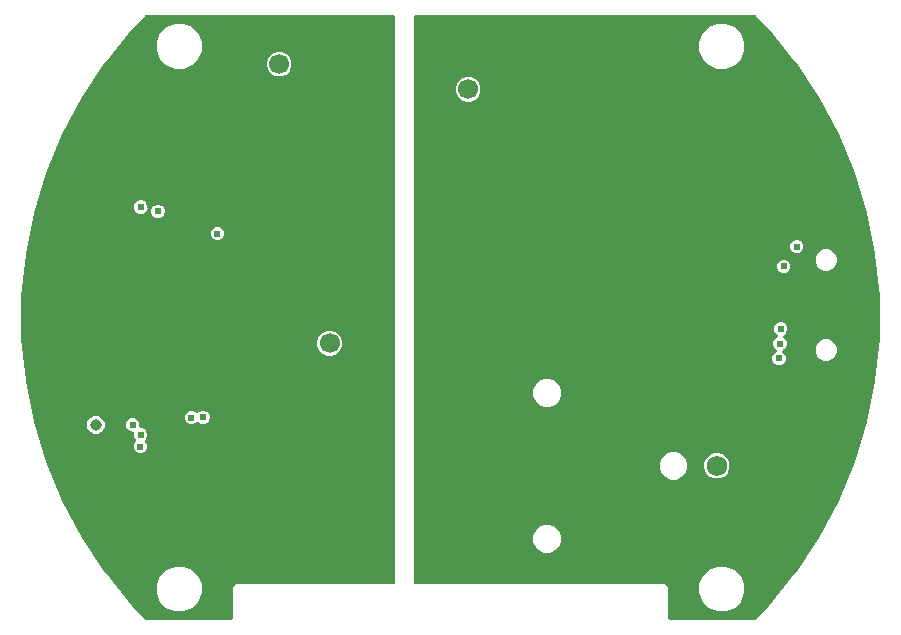
<source format=gbr>
G04 EAGLE Gerber RS-274X export*
G75*
%MOMM*%
%FSLAX34Y34*%
%LPD*%
%INCopper Layer 15*%
%IPPOS*%
%AMOC8*
5,1,8,0,0,1.08239X$1,22.5*%
G01*
%ADD10C,1.730000*%
%ADD11C,1.700000*%
%ADD12C,0.610000*%
%ADD13C,0.975000*%

G36*
X777500Y4008D02*
X777500Y4008D01*
X777570Y4006D01*
X777698Y4028D01*
X777828Y4041D01*
X777895Y4061D01*
X777964Y4073D01*
X778085Y4120D01*
X778210Y4159D01*
X778271Y4192D01*
X778336Y4218D01*
X778445Y4288D01*
X778560Y4350D01*
X778614Y4396D01*
X778672Y4433D01*
X778842Y4588D01*
X778865Y4608D01*
X778870Y4614D01*
X778878Y4621D01*
X789447Y15722D01*
X789478Y15761D01*
X789544Y15832D01*
X812062Y43270D01*
X812094Y43317D01*
X812179Y43427D01*
X831899Y72941D01*
X831926Y72991D01*
X832000Y73109D01*
X848732Y104413D01*
X848754Y104465D01*
X848816Y104590D01*
X862399Y137383D01*
X862416Y137438D01*
X862465Y137568D01*
X872769Y171535D01*
X872780Y171590D01*
X872817Y171725D01*
X879742Y206538D01*
X879747Y206595D01*
X879770Y206732D01*
X883249Y242056D01*
X883249Y242113D01*
X883259Y242252D01*
X883259Y277748D01*
X883253Y277804D01*
X883249Y277944D01*
X879770Y313268D01*
X879759Y313323D01*
X879742Y313462D01*
X872817Y348275D01*
X872808Y348302D01*
X872805Y348328D01*
X872791Y348368D01*
X872769Y348465D01*
X862465Y382432D01*
X862444Y382484D01*
X862399Y382617D01*
X848816Y415410D01*
X848789Y415460D01*
X848732Y415587D01*
X832000Y446891D01*
X831968Y446939D01*
X831899Y447059D01*
X812179Y476572D01*
X812143Y476616D01*
X812062Y476730D01*
X789544Y504168D01*
X789508Y504204D01*
X789447Y504278D01*
X778878Y515379D01*
X778825Y515424D01*
X778779Y515476D01*
X778674Y515554D01*
X778576Y515639D01*
X778515Y515673D01*
X778458Y515715D01*
X778341Y515770D01*
X778227Y515834D01*
X778160Y515855D01*
X778097Y515885D01*
X777970Y515916D01*
X777846Y515956D01*
X777777Y515963D01*
X777709Y515980D01*
X777480Y515996D01*
X777449Y515999D01*
X777442Y515998D01*
X777431Y515999D01*
X490857Y515999D01*
X490826Y515996D01*
X490796Y515998D01*
X490628Y515976D01*
X490459Y515959D01*
X490430Y515950D01*
X490400Y515946D01*
X490240Y515891D01*
X490078Y515841D01*
X490051Y515827D01*
X490022Y515817D01*
X489876Y515731D01*
X489727Y515650D01*
X489704Y515630D01*
X489678Y515615D01*
X489551Y515502D01*
X489422Y515392D01*
X489403Y515369D01*
X489380Y515348D01*
X489279Y515212D01*
X489174Y515079D01*
X489160Y515052D01*
X489142Y515028D01*
X489070Y514875D01*
X488993Y514723D01*
X488985Y514694D01*
X488972Y514667D01*
X488931Y514501D01*
X488886Y514338D01*
X488884Y514308D01*
X488877Y514279D01*
X488857Y514000D01*
X488857Y36000D01*
X488860Y35970D01*
X488858Y35940D01*
X488880Y35771D01*
X488897Y35603D01*
X488906Y35574D01*
X488910Y35544D01*
X488965Y35383D01*
X489015Y35221D01*
X489030Y35194D01*
X489040Y35166D01*
X489125Y35020D01*
X489207Y34871D01*
X489226Y34847D01*
X489242Y34821D01*
X489355Y34695D01*
X489464Y34565D01*
X489488Y34546D01*
X489508Y34524D01*
X489644Y34423D01*
X489777Y34317D01*
X489804Y34303D01*
X489829Y34285D01*
X489982Y34213D01*
X490133Y34136D01*
X490163Y34128D01*
X490190Y34115D01*
X490355Y34075D01*
X490518Y34030D01*
X490549Y34027D01*
X490578Y34020D01*
X490857Y34001D01*
X701657Y34001D01*
X704001Y31657D01*
X704001Y6000D01*
X704004Y5970D01*
X704002Y5940D01*
X704024Y5771D01*
X704041Y5603D01*
X704050Y5574D01*
X704054Y5544D01*
X704109Y5383D01*
X704159Y5221D01*
X704173Y5194D01*
X704183Y5166D01*
X704269Y5020D01*
X704350Y4871D01*
X704370Y4847D01*
X704385Y4821D01*
X704498Y4695D01*
X704608Y4565D01*
X704631Y4546D01*
X704652Y4524D01*
X704788Y4423D01*
X704921Y4317D01*
X704948Y4303D01*
X704972Y4285D01*
X705125Y4213D01*
X705277Y4136D01*
X705306Y4128D01*
X705333Y4115D01*
X705499Y4075D01*
X705662Y4030D01*
X705692Y4027D01*
X705721Y4020D01*
X706000Y4001D01*
X777431Y4001D01*
X777500Y4008D01*
G37*
G36*
X334030Y4004D02*
X334030Y4004D01*
X334060Y4002D01*
X334229Y4024D01*
X334397Y4041D01*
X334426Y4050D01*
X334456Y4054D01*
X334617Y4109D01*
X334779Y4159D01*
X334806Y4173D01*
X334834Y4183D01*
X334980Y4269D01*
X335129Y4350D01*
X335153Y4370D01*
X335179Y4385D01*
X335305Y4498D01*
X335435Y4608D01*
X335454Y4631D01*
X335476Y4652D01*
X335577Y4788D01*
X335683Y4921D01*
X335697Y4948D01*
X335715Y4972D01*
X335787Y5125D01*
X335864Y5277D01*
X335872Y5306D01*
X335885Y5333D01*
X335925Y5499D01*
X335970Y5662D01*
X335973Y5692D01*
X335980Y5721D01*
X335999Y6000D01*
X335999Y31657D01*
X338343Y34001D01*
X471174Y34001D01*
X471204Y34004D01*
X471234Y34002D01*
X471402Y34024D01*
X471571Y34041D01*
X471600Y34050D01*
X471630Y34054D01*
X471790Y34109D01*
X471953Y34159D01*
X471979Y34173D01*
X472008Y34183D01*
X472154Y34269D01*
X472303Y34350D01*
X472326Y34370D01*
X472352Y34385D01*
X472479Y34498D01*
X472609Y34608D01*
X472627Y34631D01*
X472650Y34652D01*
X472751Y34788D01*
X472857Y34921D01*
X472870Y34948D01*
X472888Y34972D01*
X472961Y35125D01*
X473038Y35277D01*
X473046Y35306D01*
X473059Y35333D01*
X473099Y35499D01*
X473144Y35662D01*
X473146Y35692D01*
X473153Y35721D01*
X473173Y36000D01*
X473173Y514000D01*
X473170Y514030D01*
X473172Y514060D01*
X473150Y514229D01*
X473133Y514397D01*
X473124Y514426D01*
X473120Y514456D01*
X473065Y514617D01*
X473015Y514779D01*
X473000Y514806D01*
X472991Y514834D01*
X472905Y514980D01*
X472823Y515129D01*
X472804Y515153D01*
X472789Y515179D01*
X472675Y515305D01*
X472566Y515435D01*
X472542Y515454D01*
X472522Y515476D01*
X472386Y515577D01*
X472253Y515683D01*
X472226Y515697D01*
X472202Y515715D01*
X472048Y515787D01*
X471897Y515864D01*
X471868Y515872D01*
X471840Y515885D01*
X471675Y515925D01*
X471512Y515970D01*
X471482Y515973D01*
X471452Y515980D01*
X471174Y515999D01*
X262569Y515999D01*
X262500Y515992D01*
X262430Y515994D01*
X262302Y515972D01*
X262172Y515959D01*
X262105Y515939D01*
X262036Y515927D01*
X261915Y515880D01*
X261790Y515841D01*
X261729Y515808D01*
X261664Y515782D01*
X261554Y515712D01*
X261440Y515650D01*
X261387Y515605D01*
X261328Y515567D01*
X261158Y515412D01*
X261135Y515392D01*
X261130Y515386D01*
X261122Y515379D01*
X250553Y504278D01*
X250522Y504238D01*
X250456Y504168D01*
X227938Y476730D01*
X227906Y476683D01*
X227821Y476572D01*
X208101Y447059D01*
X208074Y447009D01*
X208000Y446891D01*
X191268Y415587D01*
X191246Y415535D01*
X191184Y415410D01*
X177601Y382617D01*
X177595Y382598D01*
X177587Y382582D01*
X177574Y382535D01*
X177535Y382432D01*
X167231Y348465D01*
X167220Y348410D01*
X167183Y348275D01*
X160258Y313462D01*
X160253Y313405D01*
X160230Y313268D01*
X156751Y277944D01*
X156751Y277887D01*
X156741Y277748D01*
X156741Y242252D01*
X156747Y242196D01*
X156751Y242056D01*
X160230Y206732D01*
X160241Y206677D01*
X160258Y206538D01*
X167183Y171725D01*
X167200Y171671D01*
X167231Y171535D01*
X177535Y137568D01*
X177556Y137516D01*
X177601Y137383D01*
X191184Y104590D01*
X191211Y104540D01*
X191268Y104413D01*
X208000Y73109D01*
X208032Y73061D01*
X208101Y72941D01*
X227821Y43428D01*
X227857Y43384D01*
X227938Y43270D01*
X250456Y15832D01*
X250492Y15796D01*
X250553Y15722D01*
X261122Y4621D01*
X261175Y4576D01*
X261221Y4524D01*
X261326Y4446D01*
X261424Y4361D01*
X261485Y4327D01*
X261542Y4285D01*
X261659Y4230D01*
X261773Y4166D01*
X261840Y4145D01*
X261903Y4115D01*
X262030Y4084D01*
X262154Y4044D01*
X262223Y4037D01*
X262291Y4020D01*
X262520Y4004D01*
X262551Y4001D01*
X262558Y4002D01*
X262569Y4001D01*
X334000Y4001D01*
X334030Y4004D01*
G37*
%LPC*%
G36*
X286411Y470809D02*
X286411Y470809D01*
X279427Y473702D01*
X274082Y479047D01*
X271189Y486031D01*
X271189Y493589D01*
X274082Y500573D01*
X279427Y505918D01*
X286411Y508811D01*
X293969Y508811D01*
X300953Y505918D01*
X306298Y500573D01*
X309191Y493589D01*
X309191Y486031D01*
X306298Y479047D01*
X300953Y473702D01*
X293969Y470809D01*
X286411Y470809D01*
G37*
%LPD*%
%LPC*%
G36*
X746031Y470809D02*
X746031Y470809D01*
X739047Y473702D01*
X733702Y479047D01*
X730809Y486031D01*
X730809Y493589D01*
X733702Y500573D01*
X739047Y505918D01*
X746031Y508811D01*
X753589Y508811D01*
X760573Y505918D01*
X765918Y500573D01*
X768811Y493589D01*
X768811Y486031D01*
X765918Y479047D01*
X760573Y473702D01*
X753589Y470809D01*
X746031Y470809D01*
G37*
%LPD*%
%LPC*%
G36*
X746031Y11189D02*
X746031Y11189D01*
X739047Y14082D01*
X733702Y19427D01*
X730809Y26411D01*
X730809Y33969D01*
X733702Y40953D01*
X739047Y46298D01*
X746031Y49191D01*
X753589Y49191D01*
X760573Y46298D01*
X765918Y40953D01*
X768811Y33969D01*
X768811Y26411D01*
X765918Y19427D01*
X760573Y14082D01*
X753589Y11189D01*
X746031Y11189D01*
G37*
%LPD*%
%LPC*%
G36*
X286411Y11189D02*
X286411Y11189D01*
X279427Y14082D01*
X274082Y19427D01*
X271189Y26411D01*
X271189Y33969D01*
X274082Y40953D01*
X279427Y46298D01*
X286411Y49191D01*
X293969Y49191D01*
X300953Y46298D01*
X306298Y40953D01*
X309191Y33969D01*
X309191Y26411D01*
X306298Y19427D01*
X300953Y14082D01*
X293969Y11189D01*
X286411Y11189D01*
G37*
%LPD*%
%LPC*%
G36*
X599535Y184576D02*
X599535Y184576D01*
X595271Y186342D01*
X592008Y189606D01*
X590242Y193869D01*
X590242Y198484D01*
X592008Y202748D01*
X595271Y206012D01*
X599535Y207778D01*
X604150Y207778D01*
X608414Y206012D01*
X611677Y202748D01*
X613443Y198484D01*
X613443Y193869D01*
X611677Y189606D01*
X608414Y186342D01*
X604150Y184576D01*
X599535Y184576D01*
G37*
%LPD*%
%LPC*%
G36*
X706560Y122785D02*
X706560Y122785D01*
X702296Y124551D01*
X699033Y127815D01*
X697267Y132079D01*
X697267Y136694D01*
X699033Y140957D01*
X702296Y144221D01*
X706560Y145987D01*
X711175Y145987D01*
X715439Y144221D01*
X718702Y140957D01*
X720468Y136694D01*
X720468Y132079D01*
X718702Y127815D01*
X715439Y124551D01*
X711175Y122785D01*
X706560Y122785D01*
G37*
%LPD*%
%LPC*%
G36*
X599535Y60994D02*
X599535Y60994D01*
X595271Y62760D01*
X592008Y66024D01*
X590242Y70288D01*
X590242Y74903D01*
X592008Y79166D01*
X595271Y82430D01*
X599535Y84196D01*
X604150Y84196D01*
X608414Y82430D01*
X611677Y79166D01*
X613443Y74903D01*
X613443Y70288D01*
X611677Y66024D01*
X608414Y62760D01*
X604150Y60994D01*
X599535Y60994D01*
G37*
%LPD*%
%LPC*%
G36*
X743399Y123735D02*
X743399Y123735D01*
X739484Y125357D01*
X736488Y128353D01*
X734867Y132267D01*
X734867Y136505D01*
X736488Y140419D01*
X739484Y143415D01*
X743399Y145037D01*
X747636Y145037D01*
X751551Y143415D01*
X754547Y140419D01*
X756168Y136505D01*
X756168Y132267D01*
X754547Y128353D01*
X751551Y125357D01*
X747636Y123735D01*
X743399Y123735D01*
G37*
%LPD*%
%LPC*%
G36*
X372731Y464127D02*
X372731Y464127D01*
X368872Y465725D01*
X365918Y468679D01*
X364319Y472539D01*
X364319Y476716D01*
X365918Y480576D01*
X368872Y483529D01*
X372731Y485128D01*
X376909Y485128D01*
X380768Y483529D01*
X383722Y480576D01*
X385321Y476716D01*
X385321Y472539D01*
X383722Y468679D01*
X380768Y465725D01*
X376909Y464127D01*
X372731Y464127D01*
G37*
%LPD*%
%LPC*%
G36*
X532765Y442596D02*
X532765Y442596D01*
X528906Y444195D01*
X525952Y447149D01*
X524353Y451008D01*
X524353Y455186D01*
X525952Y459045D01*
X528906Y461999D01*
X532765Y463598D01*
X536943Y463598D01*
X540802Y461999D01*
X543756Y459045D01*
X545355Y455186D01*
X545355Y451008D01*
X543756Y447149D01*
X540802Y444195D01*
X536943Y442596D01*
X532765Y442596D01*
G37*
%LPD*%
%LPC*%
G36*
X415633Y227819D02*
X415633Y227819D01*
X411774Y229417D01*
X408820Y232371D01*
X407221Y236231D01*
X407221Y240408D01*
X408820Y244267D01*
X411774Y247221D01*
X415633Y248820D01*
X419811Y248820D01*
X423670Y247221D01*
X426624Y244267D01*
X428223Y240408D01*
X428223Y236231D01*
X426624Y232371D01*
X423670Y229417D01*
X419811Y227819D01*
X415633Y227819D01*
G37*
%LPD*%
%LPC*%
G36*
X797017Y219729D02*
X797017Y219729D01*
X794962Y220581D01*
X793390Y222153D01*
X792539Y224208D01*
X792539Y226432D01*
X793390Y228487D01*
X794964Y230061D01*
X794967Y230062D01*
X795122Y230150D01*
X795278Y230234D01*
X795295Y230248D01*
X795315Y230259D01*
X795448Y230375D01*
X795585Y230489D01*
X795599Y230506D01*
X795616Y230521D01*
X795724Y230662D01*
X795835Y230800D01*
X795846Y230820D01*
X795860Y230838D01*
X795937Y230997D01*
X796019Y231154D01*
X796025Y231176D01*
X796035Y231197D01*
X796080Y231368D01*
X796128Y231539D01*
X796130Y231561D01*
X796136Y231583D01*
X796146Y231760D01*
X796159Y231937D01*
X796157Y231960D01*
X796158Y231982D01*
X796132Y232157D01*
X796111Y232333D01*
X796103Y232355D01*
X796100Y232377D01*
X796040Y232544D01*
X795984Y232712D01*
X795973Y232732D01*
X795965Y232753D01*
X795873Y232905D01*
X795784Y233058D01*
X795769Y233075D01*
X795758Y233095D01*
X795574Y233305D01*
X794170Y234710D01*
X793318Y236765D01*
X793318Y238989D01*
X794170Y241044D01*
X795744Y242618D01*
X795747Y242619D01*
X795902Y242707D01*
X796058Y242790D01*
X796075Y242805D01*
X796095Y242816D01*
X796228Y242932D01*
X796365Y243046D01*
X796379Y243063D01*
X796396Y243078D01*
X796504Y243218D01*
X796615Y243357D01*
X796626Y243377D01*
X796640Y243395D01*
X796717Y243554D01*
X796799Y243711D01*
X796805Y243733D01*
X796815Y243754D01*
X796860Y243924D01*
X796908Y244095D01*
X796910Y244118D01*
X796916Y244140D01*
X796926Y244316D01*
X796939Y244494D01*
X796937Y244516D01*
X796938Y244539D01*
X796912Y244714D01*
X796890Y244890D01*
X796883Y244912D01*
X796880Y244934D01*
X796820Y245100D01*
X796764Y245269D01*
X796752Y245289D01*
X796745Y245310D01*
X796653Y245461D01*
X796564Y245615D01*
X796549Y245632D01*
X796537Y245651D01*
X796354Y245862D01*
X794950Y247267D01*
X794098Y249322D01*
X794098Y251546D01*
X794949Y253601D01*
X796522Y255173D01*
X798577Y256025D01*
X800801Y256025D01*
X802856Y255173D01*
X804429Y253601D01*
X805280Y251546D01*
X805280Y249322D01*
X804429Y247267D01*
X802855Y245693D01*
X802851Y245692D01*
X802697Y245604D01*
X802541Y245520D01*
X802523Y245506D01*
X802504Y245495D01*
X802370Y245379D01*
X802233Y245265D01*
X802219Y245248D01*
X802202Y245233D01*
X802094Y245092D01*
X801983Y244954D01*
X801973Y244934D01*
X801959Y244916D01*
X801881Y244757D01*
X801799Y244599D01*
X801793Y244578D01*
X801783Y244557D01*
X801739Y244387D01*
X801690Y244215D01*
X801688Y244193D01*
X801682Y244171D01*
X801673Y243995D01*
X801659Y243817D01*
X801662Y243794D01*
X801661Y243772D01*
X801686Y243597D01*
X801708Y243421D01*
X801715Y243399D01*
X801718Y243377D01*
X801778Y243210D01*
X801835Y243042D01*
X801846Y243022D01*
X801854Y243001D01*
X801945Y242850D01*
X802034Y242696D01*
X802049Y242679D01*
X802061Y242659D01*
X802244Y242449D01*
X803649Y241044D01*
X804500Y238989D01*
X804500Y236765D01*
X803649Y234710D01*
X802075Y233136D01*
X802071Y233135D01*
X801917Y233047D01*
X801761Y232964D01*
X801743Y232949D01*
X801724Y232938D01*
X801590Y232822D01*
X801454Y232709D01*
X801439Y232691D01*
X801422Y232676D01*
X801314Y232536D01*
X801203Y232397D01*
X801193Y232377D01*
X801179Y232359D01*
X801101Y232200D01*
X801020Y232043D01*
X801013Y232021D01*
X801003Y232000D01*
X800959Y231829D01*
X800910Y231659D01*
X800908Y231636D01*
X800903Y231614D01*
X800893Y231438D01*
X800879Y231260D01*
X800882Y231238D01*
X800881Y231215D01*
X800906Y231040D01*
X800928Y230864D01*
X800935Y230842D01*
X800939Y230820D01*
X800999Y230653D01*
X801055Y230485D01*
X801066Y230465D01*
X801074Y230444D01*
X801166Y230292D01*
X801254Y230139D01*
X801269Y230122D01*
X801281Y230103D01*
X801464Y229892D01*
X802869Y228487D01*
X803720Y226432D01*
X803720Y224208D01*
X802869Y222153D01*
X801296Y220581D01*
X799241Y219729D01*
X797017Y219729D01*
G37*
%LPD*%
%LPC*%
G36*
X256219Y145019D02*
X256219Y145019D01*
X254164Y145870D01*
X252591Y147443D01*
X251740Y149497D01*
X251740Y151722D01*
X252591Y153776D01*
X253159Y154344D01*
X253178Y154367D01*
X253201Y154387D01*
X253304Y154522D01*
X253411Y154653D01*
X253425Y154680D01*
X253444Y154704D01*
X253518Y154856D01*
X253598Y155006D01*
X253606Y155036D01*
X253619Y155063D01*
X253662Y155227D01*
X253710Y155390D01*
X253713Y155420D01*
X253720Y155449D01*
X253729Y155618D01*
X253744Y155788D01*
X253740Y155818D01*
X253742Y155848D01*
X253717Y156016D01*
X253698Y156185D01*
X253689Y156213D01*
X253684Y156243D01*
X253627Y156404D01*
X253574Y156564D01*
X253559Y156591D01*
X253549Y156619D01*
X253461Y156764D01*
X253377Y156912D01*
X253357Y156935D01*
X253342Y156961D01*
X253158Y157171D01*
X253042Y157288D01*
X252191Y159343D01*
X252191Y161583D01*
X252188Y161613D01*
X252190Y161643D01*
X252168Y161812D01*
X252151Y161981D01*
X252142Y162009D01*
X252138Y162039D01*
X252083Y162200D01*
X252033Y162362D01*
X252018Y162389D01*
X252008Y162417D01*
X251923Y162563D01*
X251841Y162713D01*
X251822Y162736D01*
X251806Y162762D01*
X251693Y162888D01*
X251584Y163018D01*
X251560Y163037D01*
X251540Y163059D01*
X251404Y163161D01*
X251271Y163266D01*
X251244Y163280D01*
X251219Y163298D01*
X251066Y163370D01*
X250915Y163447D01*
X250885Y163455D01*
X250858Y163468D01*
X250693Y163508D01*
X250530Y163554D01*
X250500Y163556D01*
X250470Y163563D01*
X250192Y163582D01*
X249690Y163582D01*
X247635Y164434D01*
X246062Y166006D01*
X245211Y168061D01*
X245211Y170285D01*
X246062Y172340D01*
X247635Y173913D01*
X249690Y174764D01*
X251914Y174764D01*
X253969Y173913D01*
X255542Y172340D01*
X256393Y170285D01*
X256393Y168045D01*
X256396Y168015D01*
X256394Y167984D01*
X256416Y167816D01*
X256433Y167647D01*
X256442Y167618D01*
X256446Y167588D01*
X256501Y167428D01*
X256551Y167266D01*
X256565Y167239D01*
X256575Y167211D01*
X256661Y167065D01*
X256742Y166915D01*
X256762Y166892D01*
X256777Y166866D01*
X256890Y166740D01*
X257000Y166610D01*
X257024Y166591D01*
X257044Y166569D01*
X257180Y166467D01*
X257313Y166362D01*
X257340Y166348D01*
X257364Y166330D01*
X257517Y166258D01*
X257669Y166181D01*
X257698Y166173D01*
X257726Y166160D01*
X257891Y166120D01*
X258054Y166074D01*
X258084Y166072D01*
X258114Y166065D01*
X258392Y166046D01*
X258894Y166046D01*
X260948Y165194D01*
X262521Y163622D01*
X263372Y161567D01*
X263372Y159343D01*
X262521Y157288D01*
X261954Y156720D01*
X261934Y156697D01*
X261912Y156677D01*
X261808Y156542D01*
X261701Y156411D01*
X261687Y156384D01*
X261668Y156360D01*
X261594Y156208D01*
X261515Y156058D01*
X261506Y156029D01*
X261493Y156002D01*
X261450Y155838D01*
X261402Y155675D01*
X261400Y155644D01*
X261392Y155615D01*
X261383Y155446D01*
X261368Y155277D01*
X261372Y155246D01*
X261370Y155216D01*
X261395Y155048D01*
X261414Y154880D01*
X261424Y154851D01*
X261428Y154821D01*
X261486Y154661D01*
X261538Y154500D01*
X261553Y154474D01*
X261563Y154445D01*
X261651Y154300D01*
X261735Y154153D01*
X261755Y154130D01*
X261770Y154104D01*
X261954Y153893D01*
X262070Y153776D01*
X262921Y151722D01*
X262921Y149497D01*
X262070Y147443D01*
X260498Y145870D01*
X258443Y145019D01*
X256219Y145019D01*
G37*
%LPD*%
%LPC*%
G36*
X836390Y299509D02*
X836390Y299509D01*
X833045Y300895D01*
X830485Y303455D01*
X829099Y306800D01*
X829099Y310420D01*
X830485Y313765D01*
X833045Y316325D01*
X836390Y317711D01*
X840010Y317711D01*
X843355Y316325D01*
X845915Y313765D01*
X847301Y310420D01*
X847301Y306800D01*
X845915Y303455D01*
X843355Y300895D01*
X840010Y299509D01*
X836390Y299509D01*
G37*
%LPD*%
%LPC*%
G36*
X836390Y223309D02*
X836390Y223309D01*
X833045Y224695D01*
X830485Y227255D01*
X829099Y230600D01*
X829099Y234220D01*
X830485Y237565D01*
X833045Y240125D01*
X836390Y241511D01*
X840010Y241511D01*
X843355Y240125D01*
X845915Y237565D01*
X847301Y234220D01*
X847301Y230600D01*
X845915Y227255D01*
X843355Y224695D01*
X840010Y223309D01*
X836390Y223309D01*
G37*
%LPD*%
%LPC*%
G36*
X299443Y169752D02*
X299443Y169752D01*
X297388Y170603D01*
X295816Y172176D01*
X294964Y174230D01*
X294964Y176454D01*
X295816Y178509D01*
X297388Y180082D01*
X299443Y180933D01*
X301667Y180933D01*
X303722Y180082D01*
X303904Y179901D01*
X303927Y179881D01*
X303947Y179858D01*
X304082Y179755D01*
X304213Y179648D01*
X304240Y179634D01*
X304264Y179615D01*
X304416Y179540D01*
X304566Y179461D01*
X304595Y179453D01*
X304622Y179440D01*
X304786Y179397D01*
X304949Y179349D01*
X304980Y179346D01*
X305009Y179339D01*
X305177Y179330D01*
X305347Y179315D01*
X305378Y179319D01*
X305408Y179317D01*
X305575Y179341D01*
X305744Y179361D01*
X305773Y179370D01*
X305803Y179375D01*
X305963Y179432D01*
X306124Y179485D01*
X306150Y179500D01*
X306179Y179510D01*
X306324Y179598D01*
X306471Y179682D01*
X306494Y179702D01*
X306520Y179717D01*
X306731Y179900D01*
X307237Y180407D01*
X309292Y181258D01*
X311516Y181258D01*
X313571Y180407D01*
X315144Y178834D01*
X315995Y176779D01*
X315995Y174555D01*
X315144Y172500D01*
X313571Y170928D01*
X311516Y170076D01*
X309292Y170076D01*
X307237Y170928D01*
X307056Y171109D01*
X307032Y171128D01*
X307012Y171151D01*
X306878Y171254D01*
X306746Y171362D01*
X306720Y171376D01*
X306696Y171394D01*
X306543Y171469D01*
X306393Y171548D01*
X306364Y171557D01*
X306337Y171570D01*
X306172Y171613D01*
X306010Y171661D01*
X305980Y171663D01*
X305950Y171671D01*
X305781Y171680D01*
X305612Y171694D01*
X305582Y171691D01*
X305551Y171693D01*
X305384Y171668D01*
X305215Y171649D01*
X305186Y171639D01*
X305156Y171635D01*
X304997Y171577D01*
X304835Y171525D01*
X304809Y171510D01*
X304780Y171499D01*
X304635Y171411D01*
X304488Y171328D01*
X304465Y171308D01*
X304439Y171292D01*
X304228Y171109D01*
X303722Y170603D01*
X301667Y169752D01*
X299443Y169752D01*
G37*
%LPD*%
%LPC*%
G36*
X218301Y161621D02*
X218301Y161621D01*
X215576Y162750D01*
X213490Y164836D01*
X212361Y167562D01*
X212361Y170512D01*
X213490Y173238D01*
X215576Y175324D01*
X218301Y176453D01*
X221252Y176453D01*
X223977Y175324D01*
X226063Y173238D01*
X227192Y170512D01*
X227192Y167562D01*
X226063Y164836D01*
X223977Y162750D01*
X221252Y161621D01*
X218301Y161621D01*
G37*
%LPD*%
%LPC*%
G36*
X256735Y347983D02*
X256735Y347983D01*
X254680Y348834D01*
X253107Y350407D01*
X252256Y352461D01*
X252256Y354685D01*
X253107Y356740D01*
X254680Y358313D01*
X256735Y359164D01*
X258959Y359164D01*
X261014Y358313D01*
X262587Y356740D01*
X263438Y354685D01*
X263438Y353274D01*
X263439Y353267D01*
X263438Y353259D01*
X263459Y353068D01*
X263478Y352877D01*
X263480Y352869D01*
X263481Y352862D01*
X263539Y352680D01*
X263596Y352495D01*
X263600Y352488D01*
X263602Y352481D01*
X263694Y352315D01*
X263787Y352145D01*
X263792Y352139D01*
X263732Y352103D01*
X263565Y352006D01*
X263560Y352001D01*
X263553Y351997D01*
X263412Y351868D01*
X263268Y351739D01*
X263263Y351733D01*
X263258Y351728D01*
X263145Y351574D01*
X263029Y351419D01*
X263026Y351412D01*
X263022Y351406D01*
X262897Y351156D01*
X262587Y350406D01*
X261014Y348834D01*
X258959Y347983D01*
X256735Y347983D01*
G37*
%LPD*%
%LPC*%
G36*
X271222Y344501D02*
X271222Y344501D01*
X269167Y345352D01*
X267595Y346925D01*
X266743Y348980D01*
X266743Y350391D01*
X266743Y350398D01*
X266743Y350406D01*
X266723Y350597D01*
X266704Y350788D01*
X266701Y350796D01*
X266700Y350803D01*
X266643Y350985D01*
X266585Y351170D01*
X266582Y351177D01*
X266579Y351184D01*
X266487Y351350D01*
X266394Y351520D01*
X266389Y351526D01*
X266449Y351562D01*
X266616Y351659D01*
X266621Y351664D01*
X266628Y351668D01*
X266770Y351797D01*
X266913Y351926D01*
X266918Y351932D01*
X266923Y351937D01*
X267036Y352091D01*
X267152Y352246D01*
X267155Y352253D01*
X267160Y352259D01*
X267284Y352509D01*
X267595Y353259D01*
X269167Y354831D01*
X271222Y355682D01*
X273446Y355682D01*
X275501Y354831D01*
X277074Y353258D01*
X277925Y351204D01*
X277925Y348980D01*
X277074Y346925D01*
X275501Y345352D01*
X273446Y344501D01*
X271222Y344501D01*
G37*
%LPD*%
%LPC*%
G36*
X321604Y325505D02*
X321604Y325505D01*
X319549Y326356D01*
X317977Y327929D01*
X317126Y329983D01*
X317126Y332207D01*
X317977Y334262D01*
X319549Y335835D01*
X321604Y336686D01*
X323828Y336686D01*
X325883Y335835D01*
X327456Y334262D01*
X328307Y332207D01*
X328307Y329983D01*
X327456Y327929D01*
X325883Y326356D01*
X323828Y325505D01*
X321604Y325505D01*
G37*
%LPD*%
%LPC*%
G36*
X812130Y314350D02*
X812130Y314350D01*
X810075Y315201D01*
X808503Y316774D01*
X807651Y318829D01*
X807651Y321053D01*
X808503Y323108D01*
X810075Y324680D01*
X812130Y325531D01*
X814354Y325531D01*
X816409Y324680D01*
X817982Y323108D01*
X818833Y321053D01*
X818833Y318829D01*
X817982Y316774D01*
X816409Y315201D01*
X814354Y314350D01*
X812130Y314350D01*
G37*
%LPD*%
%LPC*%
G36*
X801104Y297752D02*
X801104Y297752D01*
X799049Y298604D01*
X797476Y300176D01*
X796625Y302231D01*
X796625Y304455D01*
X797476Y306510D01*
X799049Y308083D01*
X801104Y308934D01*
X803328Y308934D01*
X805383Y308083D01*
X806956Y306510D01*
X807807Y304455D01*
X807807Y302231D01*
X806956Y300176D01*
X805383Y298604D01*
X803328Y297752D01*
X801104Y297752D01*
G37*
%LPD*%
D10*
X745518Y134386D03*
X578918Y134386D03*
D11*
X534854Y453097D03*
X534854Y478497D03*
X443122Y238319D03*
X417722Y238319D03*
X349420Y474627D03*
X374820Y474627D03*
D12*
X376800Y296153D03*
X291947Y335357D03*
X291618Y353129D03*
X347983Y77352D03*
X456058Y60286D03*
X228810Y96103D03*
X222337Y445469D03*
X277004Y329858D03*
X284678Y228391D03*
X279242Y189249D03*
X256176Y42277D03*
X320947Y18223D03*
X321675Y214301D03*
X459952Y348422D03*
X256540Y484166D03*
X451005Y410539D03*
X460834Y410404D03*
X424284Y280303D03*
X423495Y296264D03*
X340919Y415135D03*
X340572Y406036D03*
X338192Y384611D03*
X338192Y393833D03*
X417011Y369193D03*
X418203Y378661D03*
X320902Y287475D03*
X320902Y272322D03*
X321011Y262581D03*
X321119Y250999D03*
X334296Y169639D03*
X335984Y153719D03*
X398843Y87417D03*
X384817Y86638D03*
X449624Y97939D03*
X462221Y97809D03*
X423122Y40508D03*
X406739Y39456D03*
X382539Y38254D03*
X398321Y38103D03*
X813242Y319941D03*
X802216Y303343D03*
X798909Y237877D03*
X799689Y250434D03*
X798129Y225320D03*
X691637Y338419D03*
X697800Y274242D03*
X772963Y275187D03*
X772963Y257779D03*
X598079Y349563D03*
X795455Y475254D03*
X769255Y411109D03*
X826749Y419127D03*
X676100Y403820D03*
X854562Y162909D03*
X856259Y191228D03*
X638984Y289380D03*
X507985Y234711D03*
X520357Y189518D03*
X512351Y145783D03*
X511624Y70705D03*
X516481Y41083D03*
X673189Y64874D03*
X708850Y13121D03*
X796910Y59756D03*
X828932Y110066D03*
X799821Y142103D03*
X771438Y186603D03*
X738688Y219404D03*
X687744Y187332D03*
X652083Y226693D03*
X588040Y234711D03*
X565479Y196079D03*
X686250Y500545D03*
X685709Y489902D03*
X645574Y416219D03*
X646025Y399534D03*
X646206Y390786D03*
X645845Y375183D03*
X592943Y399503D03*
X592192Y386665D03*
X518982Y339819D03*
X504202Y339318D03*
X648299Y356963D03*
X647672Y347845D03*
X749386Y380558D03*
X749321Y370985D03*
X750143Y355988D03*
X750793Y345922D03*
X322716Y331095D03*
X257782Y160455D03*
X257331Y150610D03*
X300555Y175342D03*
X310404Y175667D03*
D13*
X219776Y169037D03*
D12*
X250802Y169173D03*
X257847Y353573D03*
X272334Y350092D03*
M02*

</source>
